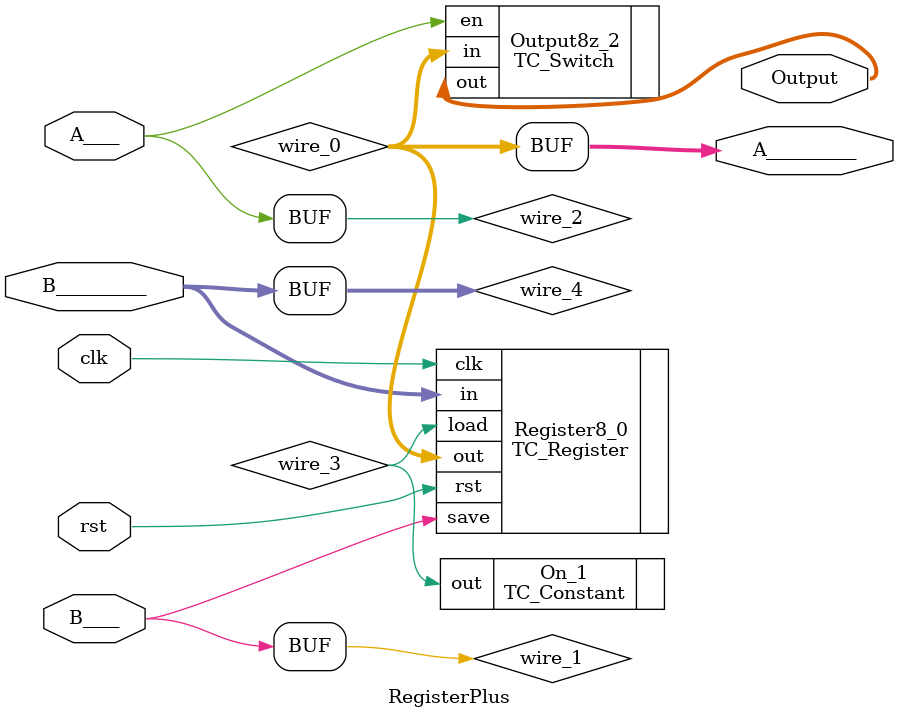
<source format=v>
module RegisterPlus (clk, rst, A____ , B__________ , B____ , A__________ , Output);
  parameter UUID = 0;
  parameter NAME = "";
  input wire clk;
  input wire rst;

  input  wire [0:0] A____ ;
  input  wire [7:0] B__________ ;
  input  wire [0:0] B____ ;
  output  wire [7:0] A__________ ;
  output  wire [7:0] Output;

  TC_Register # (.UUID(64'd1 ^ UUID), .BIT_WIDTH(64'd8)) Register8_0 (.clk(clk), .rst(rst), .load(wire_3), .save(wire_1), .in(wire_4), .out(wire_0));
  TC_Constant # (.UUID(64'd2 ^ UUID), .BIT_WIDTH(64'd1), .value(1'd1)) On_1 (.out(wire_3));
  TC_Switch # (.UUID(64'd3587491547824661070 ^ UUID), .BIT_WIDTH(64'd8)) Output8z_2 (.en(wire_2), .in(wire_0), .out(Output));

  wire [7:0] wire_0;
  assign A__________  = wire_0;
  wire [0:0] wire_1;
  assign wire_1 = B____ ;
  wire [0:0] wire_2;
  assign wire_2 = A____ ;
  wire [0:0] wire_3;
  wire [7:0] wire_4;
  assign wire_4 = B__________ ;

endmodule

</source>
